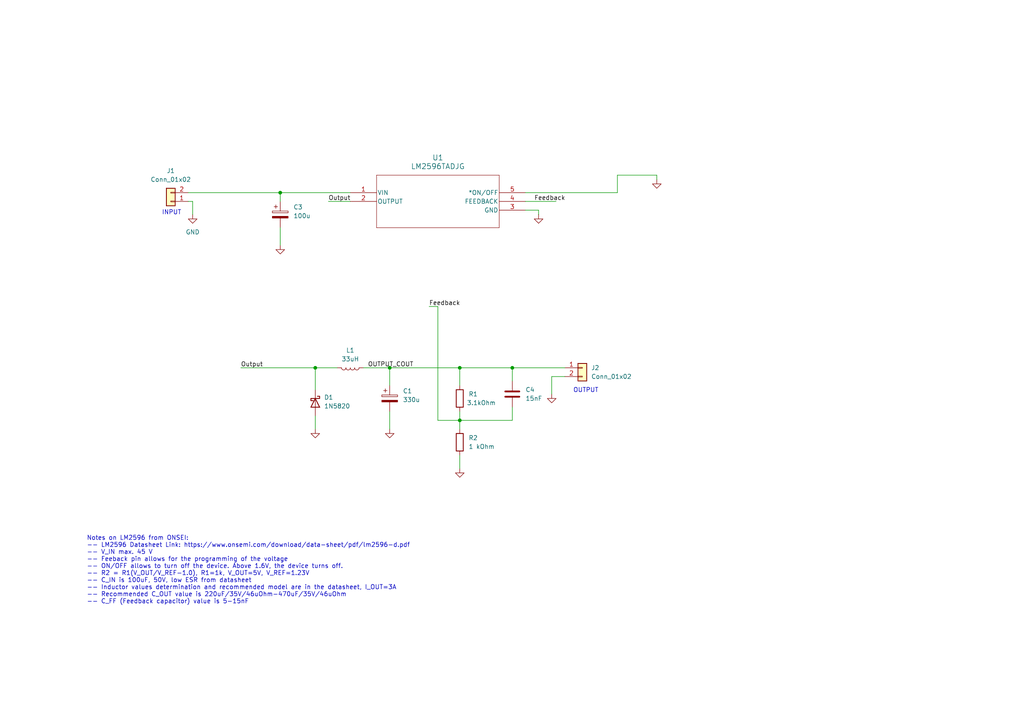
<source format=kicad_sch>
(kicad_sch (version 20231120) (generator "eeschema") (generator_version "8.0")
  (paper "A4")
  (lib_symbols
    (symbol "Connector_Generic:Conn_01x02" (pin_names (offset 1.016) hide)
      (property "Reference" "J" (at 0 2.54 0))
      (property "Value" "Conn_01x02" (at 0 -5.08 0))
      (symbol "Conn_01x02_1_1"
        (rectangle (start -1.27 -2.413) (end 0 -2.667) (stroke (width 0.1524)))
        (rectangle (start -1.27 0.127) (end 0 -0.127) (stroke (width 0.1524)))
        (rectangle (start -1.27 1.27) (end 1.27 -3.81) (stroke (width 0.254)) (fill (type background)))
        (pin passive line (at -5.08 0 0) (length 3.81) (name "Pin_1") (number "1"))
        (pin passive line (at -5.08 -2.54 0) (length 3.81) (name "Pin_2") (number "2"))
      )
    )
    (symbol "Device:C" (pin_numbers hide) (pin_names (offset 0.254))
      (property "Reference" "C" (at 0.635 2.54 0))
      (property "Value" "C" (at 0.635 -2.54 0))
      (symbol "C_0_1"
        (polyline (pts (xy -2.032 -0.762) (xy 2.032 -0.762)) (stroke (width 0.508)))
        (polyline (pts (xy -2.032 0.762) (xy 2.032 0.762)) (stroke (width 0.508)))
      )
      (symbol "C_1_1"
        (pin passive line (at 0 3.81 270) (length 2.794) (name "~") (number "1"))
        (pin passive line (at 0 -3.81 90) (length 2.794) (name "~") (number "2"))
      )
    )
    (symbol "Device:C_Polarized" (pin_numbers hide) (pin_names (offset 0.254))
      (property "Reference" "C" (at 0.635 2.54 0))
      (property "Value" "C_Polarized" (at 0.635 -2.54 0))
      (symbol "C_Polarized_0_1"
        (rectangle (start -2.286 0.508) (end 2.286 1.016))
        (polyline (pts (xy -1.778 2.286) (xy -0.762 2.286)))
        (polyline (pts (xy -1.27 2.794) (xy -1.27 1.778)))
        (rectangle (start 2.286 -0.508) (end -2.286 -1.016) (fill (type outline)))
      )
      (symbol "C_Polarized_1_1"
        (pin passive line (at 0 3.81 270) (length 2.794) (name "~") (number "1"))
        (pin passive line (at 0 -3.81 90) (length 2.794) (name "~") (number "2"))
      )
    )
    (symbol "Device:D_Schottky" (pin_numbers hide) (pin_names (offset 1.016) hide)
      (property "Reference" "D" (at 0 2.54 0))
      (property "Value" "D_Schottky" (at 0 -2.54 0))
      (symbol "D_Schottky_0_1"
        (polyline (pts (xy 1.27 0) (xy -1.27 0)))
        (polyline (pts (xy 1.27 1.27) (xy 1.27 -1.27) (xy -1.27 0) (xy 1.27 1.27)) (stroke (width 0.254)))
        (polyline (pts (xy -1.905 0.635) (xy -1.905 1.27) (xy -1.27 1.27) (xy -1.27 -1.27) (xy -0.635 -1.27) (xy -0.635 -0.635)) (stroke (width 0.254)))
      )
      (symbol "D_Schottky_1_1"
        (pin passive line (at -3.81 0 0) (length 2.54) (name "K") (number "1"))
        (pin passive line (at 3.81 0 180) (length 2.54) (name "A") (number "2"))
      )
    )
    (symbol "Device:L" (pin_numbers hide) (pin_names (offset 1.016) hide)
      (property "Reference" "L" (at -1.27 0 90))
      (property "Value" "L" (at 1.905 0 90))
      (symbol "L_0_1"
        (arc (start 0 -2.54) (mid 0.6323 -1.905) (end 0 -1.27))
        (arc (start 0 -1.27) (mid 0.6323 -0.635) (end 0 0))
        (arc (start 0 0) (mid 0.6323 0.635) (end 0 1.27))
        (arc (start 0 1.27) (mid 0.6323 1.905) (end 0 2.54))
      )
      (symbol "L_1_1"
        (pin passive line (at 0 3.81 270) (length 1.27) (name "1") (number "1"))
        (pin passive line (at 0 -3.81 90) (length 1.27) (name "2") (number "2"))
      )
    )
    (symbol "Device:R" (pin_numbers hide) (pin_names (offset 0))
      (property "Reference" "R" (at 2.032 0 90))
      (property "Value" "R" (at 0 0 90))
      (symbol "R_0_1"
        (rectangle (start -1.016 -2.54) (end 1.016 2.54) (stroke (width 0.254)))
      )
      (symbol "R_1_1"
        (pin passive line (at 0 3.81 270) (length 1.27) (name "~") (number "1"))
        (pin passive line (at 0 -3.81 90) (length 1.27) (name "~") (number "2"))
      )
    )
    (symbol "lm2596:LM2596TADJG" (pin_names (offset 0.254))
      (property "Reference" "U" (at 25.4 10.16 0))
      (property "Value" "LM2596TADJG" (at 25.4 7.62 0))
      (symbol "LM2596TADJG_0_1"
        (polyline (pts (xy 7.62 -10.16) (xy 43.18 -10.16)) (stroke (width 0.127)))
        (polyline (pts (xy 7.62 5.08) (xy 7.62 -10.16)) (stroke (width 0.127)))
        (polyline (pts (xy 43.18 -10.16) (xy 43.18 5.08)) (stroke (width 0.127)))
        (polyline (pts (xy 43.18 5.08) (xy 7.62 5.08)) (stroke (width 0.127)))
        (pin input line (at 0 0 0) (length 7.62) (name "VIN") (number "1"))
        (pin output line (at 0 -2.54 0) (length 7.62) (name "OUTPUT") (number "2"))
        (pin power_in line (at 50.8 -5.08 180) (length 7.62) (name "GND") (number "3"))
        (pin bidirectional line (at 50.8 -2.54 180) (length 7.62) (name "FEEDBACK") (number "4"))
        (pin input line (at 50.8 0 180) (length 7.62) (name "*ON/OFF") (number "5"))
      )
    )
    (symbol "power:GND" (power) (pin_numbers hide) (pin_names (offset 0) hide)
      (property "Value" "GND" (at 0 -3.81 0))
      (symbol "GND_0_1"
        (polyline (pts (xy 0 0) (xy 0 -1.27) (xy 1.27 -1.27) (xy 0 -2.54) (xy -1.27 -1.27) (xy 0 -1.27)))
      )
      (symbol "GND_1_1"
        (pin power_in line (at 0 0 270) (length 0) (name "~") (number "1"))
      )
    )
  )
  (junction (at 133.35 106.68))
  (junction (at 81.28 55.88))
  (junction (at 91.44 106.68))
  (junction (at 113.03 106.68))
  (junction (at 133.35 121.92))
  (junction (at 148.59 106.68))
  (wire (pts (xy 152.4 60.96) (xy 156.21 60.96)))
  (wire (pts (xy 54.61 58.42) (xy 55.88 58.42)))
  (wire (pts (xy 148.59 118.11) (xy 148.59 121.92)))
  (wire (pts (xy 91.44 106.68) (xy 91.44 113.03)))
  (wire (pts (xy 152.4 55.88) (xy 179.07 55.88)))
  (wire (pts (xy 156.21 60.96) (xy 156.21 62.23)))
  (wire (pts (xy 54.61 55.88) (xy 81.28 55.88)))
  (wire (pts (xy 127 121.92) (xy 127 88.9)))
  (wire (pts (xy 113.03 106.68) (xy 133.35 106.68)))
  (wire (pts (xy 133.35 106.68) (xy 133.35 111.76)))
  (wire (pts (xy 133.35 121.92) (xy 133.35 124.46)))
  (wire (pts (xy 105.41 106.68) (xy 113.03 106.68)))
  (wire (pts (xy 152.4 58.42) (xy 161.29 58.42)))
  (wire (pts (xy 133.35 106.68) (xy 148.59 106.68)))
  (wire (pts (xy 81.28 55.88) (xy 101.6 55.88)))
  (wire (pts (xy 55.88 58.42) (xy 55.88 62.23)))
  (wire (pts (xy 179.07 55.88) (xy 179.07 50.8)))
  (wire (pts (xy 160.02 109.22) (xy 163.83 109.22)))
  (wire (pts (xy 69.85 106.68) (xy 91.44 106.68)))
  (wire (pts (xy 160.02 114.3) (xy 160.02 109.22)))
  (wire (pts (xy 91.44 120.65) (xy 91.44 124.46)))
  (wire (pts (xy 148.59 106.68) (xy 148.59 110.49)))
  (wire (pts (xy 81.28 55.88) (xy 81.28 58.42)))
  (wire (pts (xy 127 88.9) (xy 124.46 88.9)))
  (wire (pts (xy 133.35 132.08) (xy 133.35 135.89)))
  (wire (pts (xy 179.07 50.8) (xy 190.5 50.8)))
  (wire (pts (xy 190.5 50.8) (xy 190.5 52.07)))
  (wire (pts (xy 113.03 106.68) (xy 113.03 111.76)))
  (wire (pts (xy 148.59 121.92) (xy 133.35 121.92)))
  (wire (pts (xy 95.25 58.42) (xy 101.6 58.42)))
  (wire (pts (xy 81.28 66.04) (xy 81.28 71.12)))
  (wire (pts (xy 91.44 106.68) (xy 97.79 106.68)))
  (wire (pts (xy 148.59 106.68) (xy 163.83 106.68)))
  (wire (pts (xy 133.35 121.92) (xy 127 121.92)))
  (wire (pts (xy 133.35 119.38) (xy 133.35 121.92)))
  (wire (pts (xy 113.03 119.38) (xy 113.03 124.46)))
  (text "Notes on LM2596 from ONSEI:\n-- LM2596 Datasheet Link: https://www.onsemi.com/download/data-sheet/pdf/lm2596-d.pdf\n-- V_IN max. 45 V\n-- Feeback pin allows for the programming of the voltage\n-- ON/OFF allows to turn off the device. Above 1.6V, the device turns off.\n-- R2 = R1(V_OUT/V_REF-1.0), R1=1k, V_OUT=5V, V_REF=1.23V\n-- C_IN is 100uF, 50V, low ESR from datasheet\n-- Inductor values determination and recommended model are in the datasheet, I_OUT=3A\n-- Recommended C_OUT value is 220uF/35V/46uOhm-470uF/35V/46uOhm\n-- C_FF (Feedback capacitor) value is 5-15nF" (at 25.146 165.354 0) (effects (font (size 1.27 1.27)) (justify left)))
  (text "INPUT" (at 49.784 61.722 0) (effects (font (size 1.27 1.27))))
  (text "OUTPUT" (at 169.926 113.284 0) (effects (font (size 1.27 1.27))))
  (label "Feedback" (at 154.94 58.42 0))
  (label "Feedback" (at 124.46 88.9 0))
  (label "OUTPUT_COUT" (at 106.68 106.68 0))
  (label "Output" (at 69.85 106.68 0))
  (label "Output" (at 95.25 58.42 0))
  (symbol (lib_id "Connector_Generic:Conn_01x02") (at 49.53 58.42 180) (unit 1)
    (property "Reference" "J1" (at 49.53 49.53 0))
    (property "Value" "Conn_01x02" (at 49.53 52.07 0))
    (property "Footprint" "TerminalBlock_Phoenix:TerminalBlock_Phoenix_PT-1,5-2-5.0-H_1x02_P5.00mm_Horizontal" (effects (hide yes)))
    (property "Description" "Generic connector, single row, 01x02, script generated (kicad-library-utils/schlib/autogen/connector/)" (effects (hide yes)))
  )
  (symbol (lib_id "power:GND") (at 190.5 52.07 0) (unit 1)
    (property "Reference" "#PWR03" (effects (hide yes)))
    (property "Value" "GND" (effects (hide yes)))
    (property "Description" "Power symbol creates a global label with name \"GND\" , ground" (effects (hide yes)))
  )
  (symbol (lib_id "power:GND") (at 160.02 114.3 0) (unit 1)
    (property "Reference" "#PWR08" (effects (hide yes)))
    (property "Value" "GND" (effects (hide yes)))
    (property "Description" "Power symbol creates a global label with name \"GND\" , ground" (effects (hide yes)))
  )
  (symbol (lib_id "Device:C_Polarized") (at 81.28 62.23 0) (unit 1)
    (property "Reference" "C3" (at 85.09 60.0709 0) (effects (justify left)))
    (property "Value" "100u" (at 85.09 62.6109 0) (effects (justify left)))
    (property "Footprint" "Capacitor_THT:CP_Radial_D8.0mm_P5.00mm" (effects (hide yes)))
    (property "Description" "Polarized capacitor" (effects (hide yes)))
  )
  (symbol (lib_id "power:GND") (at 113.03 124.46 0) (unit 1)
    (property "Reference" "#PWR07" (effects (hide yes)))
    (property "Value" "GND" (effects (hide yes)))
    (property "Description" "Power symbol creates a global label with name \"GND\" , ground" (effects (hide yes)))
  )
  (symbol (lib_id "Device:R") (at 133.35 128.27 0) (unit 1)
    (property "Reference" "R2" (at 135.89 126.9999 0) (effects (justify left)))
    (property "Value" "1 kOhm" (at 135.89 129.5399 0) (effects (justify left)))
    (property "Footprint" "Resistor_THT:R_Axial_DIN0207_L6.3mm_D2.5mm_P10.16mm_Horizontal" (effects (hide yes)))
    (property "Description" "Resistor" (effects (hide yes)))
  )
  (symbol (lib_id "Device:C") (at 148.59 114.3 0) (unit 1)
    (property "Reference" "C4" (at 152.4 113.0299 0) (effects (justify left)))
    (property "Value" "15nF" (at 152.4 115.5699 0) (effects (justify left)))
    (property "Footprint" "Capacitor_THT:C_Disc_D5.0mm_W2.5mm_P5.00mm" (effects (hide yes)))
    (property "Description" "Unpolarized capacitor" (effects (hide yes)))
  )
  (symbol (lib_id "Device:C_Polarized") (at 113.03 115.57 0) (unit 1)
    (property "Reference" "C1" (at 116.84 113.4109 0) (effects (justify left)))
    (property "Value" "330u" (at 116.84 115.9509 0) (effects (justify left)))
    (property "Footprint" "Capacitor_THT:CP_Radial_D8.0mm_P5.00mm" (effects (hide yes)))
    (property "Description" "Polarized capacitor" (effects (hide yes)))
  )
  (symbol (lib_id "power:GND") (at 133.35 135.89 0) (unit 1)
    (property "Reference" "#PWR01" (effects (hide yes)))
    (property "Value" "GND" (effects (hide yes)))
    (property "Description" "Power symbol creates a global label with name \"GND\" , ground" (effects (hide yes)))
  )
  (symbol (lib_id "power:GND") (at 81.28 71.12 0) (unit 1)
    (property "Reference" "#PWR04" (effects (hide yes)))
    (property "Value" "GND" (effects (hide yes)))
    (property "Description" "Power symbol creates a global label with name \"GND\" , ground" (effects (hide yes)))
  )
  (symbol (lib_id "lm2596:LM2596TADJG") (at 101.6 55.88 0) (unit 1)
    (property "Reference" "U1" (at 127 45.72 0) (effects (font (size 1.524 1.524))))
    (property "Value" "LM2596TADJG" (at 127 48.26 0) (effects (font (size 1.524 1.524))))
    (property "Footprint" "lm2596tv:TO170P470X1016X2092-5P" (effects (hide yes)))
    (property "Datasheet" "LM2596TADJG" (effects (hide yes)))
  )
  (symbol (lib_id "power:GND") (at 55.88 62.23 0) (unit 1)
    (property "Reference" "#PWR05" (effects (hide yes)))
    (property "Value" "GND" (at 55.88 67.31 0))
    (property "Description" "Power symbol creates a global label with name \"GND\" , ground" (effects (hide yes)))
  )
  (symbol (lib_id "power:GND") (at 156.21 62.23 0) (unit 1)
    (property "Reference" "#PWR02" (effects (hide yes)))
    (property "Value" "GND" (effects (hide yes)))
    (property "Description" "Power symbol creates a global label with name \"GND\" , ground" (effects (hide yes)))
  )
  (symbol (lib_id "Device:L") (at 101.6 106.68 270) (unit 1)
    (property "Reference" "L1" (at 101.6 101.6 90))
    (property "Value" "33uH" (at 101.6 104.14 90))
    (property "Footprint" "inductor:KM3_0" (effects (hide yes)))
    (property "Description" "Inductor" (effects (hide yes)))
  )
  (symbol (lib_id "Device:R") (at 133.35 115.57 0) (unit 1)
    (property "Reference" "R1" (at 135.89 114.2999 0) (effects (justify left)))
    (property "Value" "3.1kOhm" (at 135.382 116.84 0) (effects (justify left)))
    (property "Footprint" "Resistor_THT:R_Axial_DIN0207_L6.3mm_D2.5mm_P10.16mm_Horizontal" (effects (hide yes)))
    (property "Description" "Resistor" (effects (hide yes)))
  )
  (symbol (lib_id "Connector_Generic:Conn_01x02") (at 168.91 106.68 0) (unit 1)
    (property "Reference" "J2" (at 171.45 106.6799 0) (effects (justify left)))
    (property "Value" "Conn_01x02" (at 171.45 109.2199 0) (effects (justify left)))
    (property "Footprint" "TerminalBlock_Phoenix:TerminalBlock_Phoenix_PT-1,5-2-5.0-H_1x02_P5.00mm_Horizontal" (effects (hide yes)))
    (property "Description" "Generic connector, single row, 01x02, script generated (kicad-library-utils/schlib/autogen/connector/)" (effects (hide yes)))
  )
  (symbol (lib_id "Device:D_Schottky") (at 91.44 116.84 270) (unit 1)
    (property "Reference" "D1" (at 93.98 115.2524 90) (effects (justify left)))
    (property "Value" "1N5820" (at 93.98 117.7924 90) (effects (justify left)))
    (property "Footprint" "Diode_THT:D_DO-201AD_P15.24mm_Horizontal" (effects (hide yes)))
    (property "Description" "Schottky diode" (effects (hide yes)))
  )
  (symbol (lib_id "power:GND") (at 91.44 124.46 0) (unit 1)
    (property "Reference" "#PWR06" (effects (hide yes)))
    (property "Value" "GND" (effects (hide yes)))
    (property "Description" "Power symbol creates a global label with name \"GND\" , ground" (effects (hide yes)))
  )
)
</source>
